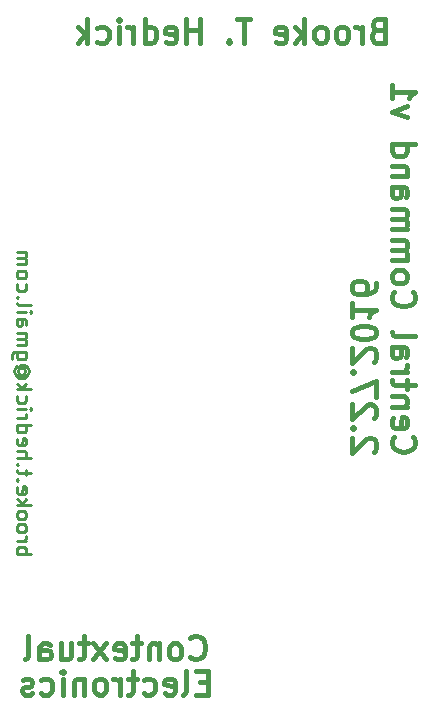
<source format=gbo>
G04 #@! TF.FileFunction,Legend,Bot*
%FSLAX46Y46*%
G04 Gerber Fmt 4.6, Leading zero omitted, Abs format (unit mm)*
G04 Created by KiCad (PCBNEW 4.0.1-stable) date 3/7/2016 10:06:05 PM*
%MOMM*%
G01*
G04 APERTURE LIST*
%ADD10C,0.100000*%
%ADD11C,0.250000*%
%ADD12C,0.400000*%
G04 APERTURE END LIST*
D10*
D11*
X55784524Y-92447619D02*
X57034524Y-92447619D01*
X56558333Y-92447619D02*
X56617857Y-92328571D01*
X56617857Y-92090476D01*
X56558333Y-91971428D01*
X56498810Y-91911905D01*
X56379762Y-91852381D01*
X56022619Y-91852381D01*
X55903571Y-91911905D01*
X55844048Y-91971428D01*
X55784524Y-92090476D01*
X55784524Y-92328571D01*
X55844048Y-92447619D01*
X55784524Y-91316667D02*
X56617857Y-91316667D01*
X56379762Y-91316667D02*
X56498810Y-91257143D01*
X56558333Y-91197619D01*
X56617857Y-91078572D01*
X56617857Y-90959524D01*
X55784524Y-90364286D02*
X55844048Y-90483333D01*
X55903571Y-90542857D01*
X56022619Y-90602381D01*
X56379762Y-90602381D01*
X56498810Y-90542857D01*
X56558333Y-90483333D01*
X56617857Y-90364286D01*
X56617857Y-90185714D01*
X56558333Y-90066666D01*
X56498810Y-90007143D01*
X56379762Y-89947619D01*
X56022619Y-89947619D01*
X55903571Y-90007143D01*
X55844048Y-90066666D01*
X55784524Y-90185714D01*
X55784524Y-90364286D01*
X55784524Y-89233334D02*
X55844048Y-89352381D01*
X55903571Y-89411905D01*
X56022619Y-89471429D01*
X56379762Y-89471429D01*
X56498810Y-89411905D01*
X56558333Y-89352381D01*
X56617857Y-89233334D01*
X56617857Y-89054762D01*
X56558333Y-88935714D01*
X56498810Y-88876191D01*
X56379762Y-88816667D01*
X56022619Y-88816667D01*
X55903571Y-88876191D01*
X55844048Y-88935714D01*
X55784524Y-89054762D01*
X55784524Y-89233334D01*
X55784524Y-88280953D02*
X57034524Y-88280953D01*
X56260714Y-88161905D02*
X55784524Y-87804762D01*
X56617857Y-87804762D02*
X56141667Y-88280953D01*
X55844048Y-86792857D02*
X55784524Y-86911905D01*
X55784524Y-87150000D01*
X55844048Y-87269048D01*
X55963095Y-87328572D01*
X56439286Y-87328572D01*
X56558333Y-87269048D01*
X56617857Y-87150000D01*
X56617857Y-86911905D01*
X56558333Y-86792857D01*
X56439286Y-86733334D01*
X56320238Y-86733334D01*
X56201190Y-87328572D01*
X55903571Y-86197619D02*
X55844048Y-86138095D01*
X55784524Y-86197619D01*
X55844048Y-86257143D01*
X55903571Y-86197619D01*
X55784524Y-86197619D01*
X56617857Y-85780952D02*
X56617857Y-85304762D01*
X57034524Y-85602381D02*
X55963095Y-85602381D01*
X55844048Y-85542857D01*
X55784524Y-85423810D01*
X55784524Y-85304762D01*
X55903571Y-84888095D02*
X55844048Y-84828571D01*
X55784524Y-84888095D01*
X55844048Y-84947619D01*
X55903571Y-84888095D01*
X55784524Y-84888095D01*
X55784524Y-84292857D02*
X57034524Y-84292857D01*
X55784524Y-83757143D02*
X56439286Y-83757143D01*
X56558333Y-83816666D01*
X56617857Y-83935714D01*
X56617857Y-84114286D01*
X56558333Y-84233333D01*
X56498810Y-84292857D01*
X55844048Y-82685714D02*
X55784524Y-82804762D01*
X55784524Y-83042857D01*
X55844048Y-83161905D01*
X55963095Y-83221429D01*
X56439286Y-83221429D01*
X56558333Y-83161905D01*
X56617857Y-83042857D01*
X56617857Y-82804762D01*
X56558333Y-82685714D01*
X56439286Y-82626191D01*
X56320238Y-82626191D01*
X56201190Y-83221429D01*
X55784524Y-81554762D02*
X57034524Y-81554762D01*
X55844048Y-81554762D02*
X55784524Y-81673809D01*
X55784524Y-81911905D01*
X55844048Y-82030952D01*
X55903571Y-82090476D01*
X56022619Y-82150000D01*
X56379762Y-82150000D01*
X56498810Y-82090476D01*
X56558333Y-82030952D01*
X56617857Y-81911905D01*
X56617857Y-81673809D01*
X56558333Y-81554762D01*
X55784524Y-80959524D02*
X56617857Y-80959524D01*
X56379762Y-80959524D02*
X56498810Y-80900000D01*
X56558333Y-80840476D01*
X56617857Y-80721429D01*
X56617857Y-80602381D01*
X55784524Y-80185714D02*
X56617857Y-80185714D01*
X57034524Y-80185714D02*
X56975000Y-80245238D01*
X56915476Y-80185714D01*
X56975000Y-80126190D01*
X57034524Y-80185714D01*
X56915476Y-80185714D01*
X55844048Y-79054762D02*
X55784524Y-79173809D01*
X55784524Y-79411905D01*
X55844048Y-79530952D01*
X55903571Y-79590476D01*
X56022619Y-79650000D01*
X56379762Y-79650000D01*
X56498810Y-79590476D01*
X56558333Y-79530952D01*
X56617857Y-79411905D01*
X56617857Y-79173809D01*
X56558333Y-79054762D01*
X55784524Y-78519047D02*
X57034524Y-78519047D01*
X56260714Y-78399999D02*
X55784524Y-78042856D01*
X56617857Y-78042856D02*
X56141667Y-78519047D01*
X56379762Y-76733332D02*
X56439286Y-76792856D01*
X56498810Y-76911904D01*
X56498810Y-77030951D01*
X56439286Y-77149999D01*
X56379762Y-77209523D01*
X56260714Y-77269047D01*
X56141667Y-77269047D01*
X56022619Y-77209523D01*
X55963095Y-77149999D01*
X55903571Y-77030951D01*
X55903571Y-76911904D01*
X55963095Y-76792856D01*
X56022619Y-76733332D01*
X56498810Y-76733332D02*
X56022619Y-76733332D01*
X55963095Y-76673809D01*
X55963095Y-76614285D01*
X56022619Y-76495237D01*
X56141667Y-76435713D01*
X56439286Y-76435713D01*
X56617857Y-76554761D01*
X56736905Y-76733332D01*
X56796429Y-76971428D01*
X56736905Y-77209523D01*
X56617857Y-77388094D01*
X56439286Y-77507142D01*
X56201190Y-77566666D01*
X55963095Y-77507142D01*
X55784524Y-77388094D01*
X55665476Y-77209523D01*
X55605952Y-76971428D01*
X55665476Y-76733332D01*
X55784524Y-76554761D01*
X56617857Y-75364285D02*
X55605952Y-75364285D01*
X55486905Y-75423808D01*
X55427381Y-75483332D01*
X55367857Y-75602380D01*
X55367857Y-75780951D01*
X55427381Y-75899999D01*
X55844048Y-75364285D02*
X55784524Y-75483332D01*
X55784524Y-75721428D01*
X55844048Y-75840475D01*
X55903571Y-75899999D01*
X56022619Y-75959523D01*
X56379762Y-75959523D01*
X56498810Y-75899999D01*
X56558333Y-75840475D01*
X56617857Y-75721428D01*
X56617857Y-75483332D01*
X56558333Y-75364285D01*
X55784524Y-74769047D02*
X56617857Y-74769047D01*
X56498810Y-74769047D02*
X56558333Y-74709523D01*
X56617857Y-74590476D01*
X56617857Y-74411904D01*
X56558333Y-74292856D01*
X56439286Y-74233333D01*
X55784524Y-74233333D01*
X56439286Y-74233333D02*
X56558333Y-74173809D01*
X56617857Y-74054761D01*
X56617857Y-73876190D01*
X56558333Y-73757142D01*
X56439286Y-73697618D01*
X55784524Y-73697618D01*
X55784524Y-72566666D02*
X56439286Y-72566666D01*
X56558333Y-72626189D01*
X56617857Y-72745237D01*
X56617857Y-72983332D01*
X56558333Y-73102380D01*
X55844048Y-72566666D02*
X55784524Y-72685713D01*
X55784524Y-72983332D01*
X55844048Y-73102380D01*
X55963095Y-73161904D01*
X56082143Y-73161904D01*
X56201190Y-73102380D01*
X56260714Y-72983332D01*
X56260714Y-72685713D01*
X56320238Y-72566666D01*
X55784524Y-71971428D02*
X56617857Y-71971428D01*
X57034524Y-71971428D02*
X56975000Y-72030952D01*
X56915476Y-71971428D01*
X56975000Y-71911904D01*
X57034524Y-71971428D01*
X56915476Y-71971428D01*
X55784524Y-71197619D02*
X55844048Y-71316666D01*
X55963095Y-71376190D01*
X57034524Y-71376190D01*
X55903571Y-70721428D02*
X55844048Y-70661904D01*
X55784524Y-70721428D01*
X55844048Y-70780952D01*
X55903571Y-70721428D01*
X55784524Y-70721428D01*
X55844048Y-69590476D02*
X55784524Y-69709523D01*
X55784524Y-69947619D01*
X55844048Y-70066666D01*
X55903571Y-70126190D01*
X56022619Y-70185714D01*
X56379762Y-70185714D01*
X56498810Y-70126190D01*
X56558333Y-70066666D01*
X56617857Y-69947619D01*
X56617857Y-69709523D01*
X56558333Y-69590476D01*
X55784524Y-68876190D02*
X55844048Y-68995237D01*
X55903571Y-69054761D01*
X56022619Y-69114285D01*
X56379762Y-69114285D01*
X56498810Y-69054761D01*
X56558333Y-68995237D01*
X56617857Y-68876190D01*
X56617857Y-68697618D01*
X56558333Y-68578570D01*
X56498810Y-68519047D01*
X56379762Y-68459523D01*
X56022619Y-68459523D01*
X55903571Y-68519047D01*
X55844048Y-68578570D01*
X55784524Y-68697618D01*
X55784524Y-68876190D01*
X55784524Y-67923809D02*
X56617857Y-67923809D01*
X56498810Y-67923809D02*
X56558333Y-67864285D01*
X56617857Y-67745238D01*
X56617857Y-67566666D01*
X56558333Y-67447618D01*
X56439286Y-67388095D01*
X55784524Y-67388095D01*
X56439286Y-67388095D02*
X56558333Y-67328571D01*
X56617857Y-67209523D01*
X56617857Y-67030952D01*
X56558333Y-66911904D01*
X56439286Y-66852380D01*
X55784524Y-66852380D01*
D12*
X71959525Y-103307143D02*
X71292858Y-103307143D01*
X71007144Y-104354762D02*
X71959525Y-104354762D01*
X71959525Y-102354762D01*
X71007144Y-102354762D01*
X69864286Y-104354762D02*
X70054762Y-104259524D01*
X70150001Y-104069048D01*
X70150001Y-102354762D01*
X68340477Y-104259524D02*
X68530953Y-104354762D01*
X68911905Y-104354762D01*
X69102382Y-104259524D01*
X69197620Y-104069048D01*
X69197620Y-103307143D01*
X69102382Y-103116667D01*
X68911905Y-103021429D01*
X68530953Y-103021429D01*
X68340477Y-103116667D01*
X68245239Y-103307143D01*
X68245239Y-103497619D01*
X69197620Y-103688095D01*
X66530953Y-104259524D02*
X66721429Y-104354762D01*
X67102381Y-104354762D01*
X67292857Y-104259524D01*
X67388096Y-104164286D01*
X67483334Y-103973810D01*
X67483334Y-103402381D01*
X67388096Y-103211905D01*
X67292857Y-103116667D01*
X67102381Y-103021429D01*
X66721429Y-103021429D01*
X66530953Y-103116667D01*
X65959524Y-103021429D02*
X65197619Y-103021429D01*
X65673810Y-102354762D02*
X65673810Y-104069048D01*
X65578571Y-104259524D01*
X65388095Y-104354762D01*
X65197619Y-104354762D01*
X64530953Y-104354762D02*
X64530953Y-103021429D01*
X64530953Y-103402381D02*
X64435714Y-103211905D01*
X64340476Y-103116667D01*
X64150000Y-103021429D01*
X63959524Y-103021429D01*
X63007143Y-104354762D02*
X63197619Y-104259524D01*
X63292858Y-104164286D01*
X63388096Y-103973810D01*
X63388096Y-103402381D01*
X63292858Y-103211905D01*
X63197619Y-103116667D01*
X63007143Y-103021429D01*
X62721429Y-103021429D01*
X62530953Y-103116667D01*
X62435715Y-103211905D01*
X62340477Y-103402381D01*
X62340477Y-103973810D01*
X62435715Y-104164286D01*
X62530953Y-104259524D01*
X62721429Y-104354762D01*
X63007143Y-104354762D01*
X61483334Y-103021429D02*
X61483334Y-104354762D01*
X61483334Y-103211905D02*
X61388095Y-103116667D01*
X61197619Y-103021429D01*
X60911905Y-103021429D01*
X60721429Y-103116667D01*
X60626191Y-103307143D01*
X60626191Y-104354762D01*
X59673810Y-104354762D02*
X59673810Y-103021429D01*
X59673810Y-102354762D02*
X59769048Y-102450000D01*
X59673810Y-102545238D01*
X59578571Y-102450000D01*
X59673810Y-102354762D01*
X59673810Y-102545238D01*
X57864286Y-104259524D02*
X58054762Y-104354762D01*
X58435714Y-104354762D01*
X58626190Y-104259524D01*
X58721429Y-104164286D01*
X58816667Y-103973810D01*
X58816667Y-103402381D01*
X58721429Y-103211905D01*
X58626190Y-103116667D01*
X58435714Y-103021429D01*
X58054762Y-103021429D01*
X57864286Y-103116667D01*
X57102381Y-104259524D02*
X56911904Y-104354762D01*
X56530952Y-104354762D01*
X56340476Y-104259524D01*
X56245238Y-104069048D01*
X56245238Y-103973810D01*
X56340476Y-103783333D01*
X56530952Y-103688095D01*
X56816666Y-103688095D01*
X57007143Y-103592857D01*
X57102381Y-103402381D01*
X57102381Y-103307143D01*
X57007143Y-103116667D01*
X56816666Y-103021429D01*
X56530952Y-103021429D01*
X56340476Y-103116667D01*
X70483333Y-101164286D02*
X70578571Y-101259524D01*
X70864286Y-101354762D01*
X71054762Y-101354762D01*
X71340476Y-101259524D01*
X71530952Y-101069048D01*
X71626191Y-100878571D01*
X71721429Y-100497619D01*
X71721429Y-100211905D01*
X71626191Y-99830952D01*
X71530952Y-99640476D01*
X71340476Y-99450000D01*
X71054762Y-99354762D01*
X70864286Y-99354762D01*
X70578571Y-99450000D01*
X70483333Y-99545238D01*
X69340476Y-101354762D02*
X69530952Y-101259524D01*
X69626191Y-101164286D01*
X69721429Y-100973810D01*
X69721429Y-100402381D01*
X69626191Y-100211905D01*
X69530952Y-100116667D01*
X69340476Y-100021429D01*
X69054762Y-100021429D01*
X68864286Y-100116667D01*
X68769048Y-100211905D01*
X68673810Y-100402381D01*
X68673810Y-100973810D01*
X68769048Y-101164286D01*
X68864286Y-101259524D01*
X69054762Y-101354762D01*
X69340476Y-101354762D01*
X67816667Y-100021429D02*
X67816667Y-101354762D01*
X67816667Y-100211905D02*
X67721428Y-100116667D01*
X67530952Y-100021429D01*
X67245238Y-100021429D01*
X67054762Y-100116667D01*
X66959524Y-100307143D01*
X66959524Y-101354762D01*
X66292857Y-100021429D02*
X65530952Y-100021429D01*
X66007143Y-99354762D02*
X66007143Y-101069048D01*
X65911904Y-101259524D01*
X65721428Y-101354762D01*
X65530952Y-101354762D01*
X64102381Y-101259524D02*
X64292857Y-101354762D01*
X64673809Y-101354762D01*
X64864286Y-101259524D01*
X64959524Y-101069048D01*
X64959524Y-100307143D01*
X64864286Y-100116667D01*
X64673809Y-100021429D01*
X64292857Y-100021429D01*
X64102381Y-100116667D01*
X64007143Y-100307143D01*
X64007143Y-100497619D01*
X64959524Y-100688095D01*
X63340476Y-101354762D02*
X62292857Y-100021429D01*
X63340476Y-100021429D02*
X62292857Y-101354762D01*
X61816666Y-100021429D02*
X61054761Y-100021429D01*
X61530952Y-99354762D02*
X61530952Y-101069048D01*
X61435713Y-101259524D01*
X61245237Y-101354762D01*
X61054761Y-101354762D01*
X59530952Y-100021429D02*
X59530952Y-101354762D01*
X60388095Y-100021429D02*
X60388095Y-101069048D01*
X60292856Y-101259524D01*
X60102380Y-101354762D01*
X59816666Y-101354762D01*
X59626190Y-101259524D01*
X59530952Y-101164286D01*
X57721428Y-101354762D02*
X57721428Y-100307143D01*
X57816666Y-100116667D01*
X58007142Y-100021429D01*
X58388094Y-100021429D01*
X58578571Y-100116667D01*
X57721428Y-101259524D02*
X57911904Y-101354762D01*
X58388094Y-101354762D01*
X58578571Y-101259524D01*
X58673809Y-101069048D01*
X58673809Y-100878571D01*
X58578571Y-100688095D01*
X58388094Y-100592857D01*
X57911904Y-100592857D01*
X57721428Y-100497619D01*
X56483332Y-101354762D02*
X56673808Y-101259524D01*
X56769047Y-101069048D01*
X56769047Y-99354762D01*
X86004762Y-83788096D02*
X86100000Y-83692858D01*
X86195238Y-83502381D01*
X86195238Y-83026191D01*
X86100000Y-82835715D01*
X86004762Y-82740477D01*
X85814286Y-82645238D01*
X85623810Y-82645238D01*
X85338095Y-82740477D01*
X84195238Y-83883334D01*
X84195238Y-82645238D01*
X84385714Y-81788096D02*
X84290476Y-81692857D01*
X84195238Y-81788096D01*
X84290476Y-81883334D01*
X84385714Y-81788096D01*
X84195238Y-81788096D01*
X86004762Y-80930953D02*
X86100000Y-80835715D01*
X86195238Y-80645238D01*
X86195238Y-80169048D01*
X86100000Y-79978572D01*
X86004762Y-79883334D01*
X85814286Y-79788095D01*
X85623810Y-79788095D01*
X85338095Y-79883334D01*
X84195238Y-81026191D01*
X84195238Y-79788095D01*
X86195238Y-79121429D02*
X86195238Y-77788095D01*
X84195238Y-78645238D01*
X84385714Y-77026191D02*
X84290476Y-76930952D01*
X84195238Y-77026191D01*
X84290476Y-77121429D01*
X84385714Y-77026191D01*
X84195238Y-77026191D01*
X86004762Y-76169048D02*
X86100000Y-76073810D01*
X86195238Y-75883333D01*
X86195238Y-75407143D01*
X86100000Y-75216667D01*
X86004762Y-75121429D01*
X85814286Y-75026190D01*
X85623810Y-75026190D01*
X85338095Y-75121429D01*
X84195238Y-76264286D01*
X84195238Y-75026190D01*
X86195238Y-73788095D02*
X86195238Y-73597619D01*
X86100000Y-73407143D01*
X86004762Y-73311905D01*
X85814286Y-73216667D01*
X85433333Y-73121428D01*
X84957143Y-73121428D01*
X84576190Y-73216667D01*
X84385714Y-73311905D01*
X84290476Y-73407143D01*
X84195238Y-73597619D01*
X84195238Y-73788095D01*
X84290476Y-73978571D01*
X84385714Y-74073809D01*
X84576190Y-74169048D01*
X84957143Y-74264286D01*
X85433333Y-74264286D01*
X85814286Y-74169048D01*
X86004762Y-74073809D01*
X86100000Y-73978571D01*
X86195238Y-73788095D01*
X84195238Y-71216666D02*
X84195238Y-72359524D01*
X84195238Y-71788095D02*
X86195238Y-71788095D01*
X85909524Y-71978571D01*
X85719048Y-72169047D01*
X85623810Y-72359524D01*
X86195238Y-69502381D02*
X86195238Y-69883333D01*
X86100000Y-70073809D01*
X86004762Y-70169047D01*
X85719048Y-70359524D01*
X85338095Y-70454762D01*
X84576190Y-70454762D01*
X84385714Y-70359524D01*
X84290476Y-70264285D01*
X84195238Y-70073809D01*
X84195238Y-69692857D01*
X84290476Y-69502381D01*
X84385714Y-69407143D01*
X84576190Y-69311904D01*
X85052381Y-69311904D01*
X85242857Y-69407143D01*
X85338095Y-69502381D01*
X85433333Y-69692857D01*
X85433333Y-70073809D01*
X85338095Y-70264285D01*
X85242857Y-70359524D01*
X85052381Y-70454762D01*
X87735714Y-82535715D02*
X87640476Y-82630953D01*
X87545238Y-82916668D01*
X87545238Y-83107144D01*
X87640476Y-83392858D01*
X87830952Y-83583334D01*
X88021429Y-83678573D01*
X88402381Y-83773811D01*
X88688095Y-83773811D01*
X89069048Y-83678573D01*
X89259524Y-83583334D01*
X89450000Y-83392858D01*
X89545238Y-83107144D01*
X89545238Y-82916668D01*
X89450000Y-82630953D01*
X89354762Y-82535715D01*
X87640476Y-80916668D02*
X87545238Y-81107144D01*
X87545238Y-81488096D01*
X87640476Y-81678573D01*
X87830952Y-81773811D01*
X88592857Y-81773811D01*
X88783333Y-81678573D01*
X88878571Y-81488096D01*
X88878571Y-81107144D01*
X88783333Y-80916668D01*
X88592857Y-80821430D01*
X88402381Y-80821430D01*
X88211905Y-81773811D01*
X88878571Y-79964287D02*
X87545238Y-79964287D01*
X88688095Y-79964287D02*
X88783333Y-79869048D01*
X88878571Y-79678572D01*
X88878571Y-79392858D01*
X88783333Y-79202382D01*
X88592857Y-79107144D01*
X87545238Y-79107144D01*
X88878571Y-78440477D02*
X88878571Y-77678572D01*
X89545238Y-78154763D02*
X87830952Y-78154763D01*
X87640476Y-78059524D01*
X87545238Y-77869048D01*
X87545238Y-77678572D01*
X87545238Y-77011906D02*
X88878571Y-77011906D01*
X88497619Y-77011906D02*
X88688095Y-76916667D01*
X88783333Y-76821429D01*
X88878571Y-76630953D01*
X88878571Y-76440477D01*
X87545238Y-74916668D02*
X88592857Y-74916668D01*
X88783333Y-75011906D01*
X88878571Y-75202382D01*
X88878571Y-75583334D01*
X88783333Y-75773811D01*
X87640476Y-74916668D02*
X87545238Y-75107144D01*
X87545238Y-75583334D01*
X87640476Y-75773811D01*
X87830952Y-75869049D01*
X88021429Y-75869049D01*
X88211905Y-75773811D01*
X88307143Y-75583334D01*
X88307143Y-75107144D01*
X88402381Y-74916668D01*
X87545238Y-73678572D02*
X87640476Y-73869048D01*
X87830952Y-73964287D01*
X89545238Y-73964287D01*
X87735714Y-70250000D02*
X87640476Y-70345238D01*
X87545238Y-70630953D01*
X87545238Y-70821429D01*
X87640476Y-71107143D01*
X87830952Y-71297619D01*
X88021429Y-71392858D01*
X88402381Y-71488096D01*
X88688095Y-71488096D01*
X89069048Y-71392858D01*
X89259524Y-71297619D01*
X89450000Y-71107143D01*
X89545238Y-70821429D01*
X89545238Y-70630953D01*
X89450000Y-70345238D01*
X89354762Y-70250000D01*
X87545238Y-69107143D02*
X87640476Y-69297619D01*
X87735714Y-69392858D01*
X87926190Y-69488096D01*
X88497619Y-69488096D01*
X88688095Y-69392858D01*
X88783333Y-69297619D01*
X88878571Y-69107143D01*
X88878571Y-68821429D01*
X88783333Y-68630953D01*
X88688095Y-68535715D01*
X88497619Y-68440477D01*
X87926190Y-68440477D01*
X87735714Y-68535715D01*
X87640476Y-68630953D01*
X87545238Y-68821429D01*
X87545238Y-69107143D01*
X87545238Y-67583334D02*
X88878571Y-67583334D01*
X88688095Y-67583334D02*
X88783333Y-67488095D01*
X88878571Y-67297619D01*
X88878571Y-67011905D01*
X88783333Y-66821429D01*
X88592857Y-66726191D01*
X87545238Y-66726191D01*
X88592857Y-66726191D02*
X88783333Y-66630953D01*
X88878571Y-66440476D01*
X88878571Y-66154762D01*
X88783333Y-65964286D01*
X88592857Y-65869048D01*
X87545238Y-65869048D01*
X87545238Y-64916667D02*
X88878571Y-64916667D01*
X88688095Y-64916667D02*
X88783333Y-64821428D01*
X88878571Y-64630952D01*
X88878571Y-64345238D01*
X88783333Y-64154762D01*
X88592857Y-64059524D01*
X87545238Y-64059524D01*
X88592857Y-64059524D02*
X88783333Y-63964286D01*
X88878571Y-63773809D01*
X88878571Y-63488095D01*
X88783333Y-63297619D01*
X88592857Y-63202381D01*
X87545238Y-63202381D01*
X87545238Y-61392857D02*
X88592857Y-61392857D01*
X88783333Y-61488095D01*
X88878571Y-61678571D01*
X88878571Y-62059523D01*
X88783333Y-62250000D01*
X87640476Y-61392857D02*
X87545238Y-61583333D01*
X87545238Y-62059523D01*
X87640476Y-62250000D01*
X87830952Y-62345238D01*
X88021429Y-62345238D01*
X88211905Y-62250000D01*
X88307143Y-62059523D01*
X88307143Y-61583333D01*
X88402381Y-61392857D01*
X88878571Y-60440476D02*
X87545238Y-60440476D01*
X88688095Y-60440476D02*
X88783333Y-60345237D01*
X88878571Y-60154761D01*
X88878571Y-59869047D01*
X88783333Y-59678571D01*
X88592857Y-59583333D01*
X87545238Y-59583333D01*
X87545238Y-57773809D02*
X89545238Y-57773809D01*
X87640476Y-57773809D02*
X87545238Y-57964285D01*
X87545238Y-58345237D01*
X87640476Y-58535713D01*
X87735714Y-58630952D01*
X87926190Y-58726190D01*
X88497619Y-58726190D01*
X88688095Y-58630952D01*
X88783333Y-58535713D01*
X88878571Y-58345237D01*
X88878571Y-57964285D01*
X88783333Y-57773809D01*
X88878571Y-55488094D02*
X87545238Y-55011903D01*
X88878571Y-54535713D01*
X87545238Y-52726188D02*
X87545238Y-53869046D01*
X87545238Y-53297617D02*
X89545238Y-53297617D01*
X89259524Y-53488093D01*
X89069048Y-53678569D01*
X88973810Y-53869046D01*
X86335716Y-48107143D02*
X86050002Y-48202381D01*
X85954763Y-48297619D01*
X85859525Y-48488095D01*
X85859525Y-48773810D01*
X85954763Y-48964286D01*
X86050002Y-49059524D01*
X86240478Y-49154762D01*
X87002383Y-49154762D01*
X87002383Y-47154762D01*
X86335716Y-47154762D01*
X86145240Y-47250000D01*
X86050002Y-47345238D01*
X85954763Y-47535714D01*
X85954763Y-47726190D01*
X86050002Y-47916667D01*
X86145240Y-48011905D01*
X86335716Y-48107143D01*
X87002383Y-48107143D01*
X85002383Y-49154762D02*
X85002383Y-47821429D01*
X85002383Y-48202381D02*
X84907144Y-48011905D01*
X84811906Y-47916667D01*
X84621430Y-47821429D01*
X84430954Y-47821429D01*
X83478573Y-49154762D02*
X83669049Y-49059524D01*
X83764288Y-48964286D01*
X83859526Y-48773810D01*
X83859526Y-48202381D01*
X83764288Y-48011905D01*
X83669049Y-47916667D01*
X83478573Y-47821429D01*
X83192859Y-47821429D01*
X83002383Y-47916667D01*
X82907145Y-48011905D01*
X82811907Y-48202381D01*
X82811907Y-48773810D01*
X82907145Y-48964286D01*
X83002383Y-49059524D01*
X83192859Y-49154762D01*
X83478573Y-49154762D01*
X81669049Y-49154762D02*
X81859525Y-49059524D01*
X81954764Y-48964286D01*
X82050002Y-48773810D01*
X82050002Y-48202381D01*
X81954764Y-48011905D01*
X81859525Y-47916667D01*
X81669049Y-47821429D01*
X81383335Y-47821429D01*
X81192859Y-47916667D01*
X81097621Y-48011905D01*
X81002383Y-48202381D01*
X81002383Y-48773810D01*
X81097621Y-48964286D01*
X81192859Y-49059524D01*
X81383335Y-49154762D01*
X81669049Y-49154762D01*
X80145240Y-49154762D02*
X80145240Y-47154762D01*
X79954763Y-48392857D02*
X79383335Y-49154762D01*
X79383335Y-47821429D02*
X80145240Y-48583333D01*
X77764287Y-49059524D02*
X77954763Y-49154762D01*
X78335715Y-49154762D01*
X78526192Y-49059524D01*
X78621430Y-48869048D01*
X78621430Y-48107143D01*
X78526192Y-47916667D01*
X78335715Y-47821429D01*
X77954763Y-47821429D01*
X77764287Y-47916667D01*
X77669049Y-48107143D01*
X77669049Y-48297619D01*
X78621430Y-48488095D01*
X75573810Y-47154762D02*
X74430953Y-47154762D01*
X75002381Y-49154762D02*
X75002381Y-47154762D01*
X73764286Y-48964286D02*
X73669047Y-49059524D01*
X73764286Y-49154762D01*
X73859524Y-49059524D01*
X73764286Y-48964286D01*
X73764286Y-49154762D01*
X71288095Y-49154762D02*
X71288095Y-47154762D01*
X71288095Y-48107143D02*
X70145237Y-48107143D01*
X70145237Y-49154762D02*
X70145237Y-47154762D01*
X68430952Y-49059524D02*
X68621428Y-49154762D01*
X69002380Y-49154762D01*
X69192857Y-49059524D01*
X69288095Y-48869048D01*
X69288095Y-48107143D01*
X69192857Y-47916667D01*
X69002380Y-47821429D01*
X68621428Y-47821429D01*
X68430952Y-47916667D01*
X68335714Y-48107143D01*
X68335714Y-48297619D01*
X69288095Y-48488095D01*
X66621428Y-49154762D02*
X66621428Y-47154762D01*
X66621428Y-49059524D02*
X66811904Y-49154762D01*
X67192856Y-49154762D01*
X67383332Y-49059524D01*
X67478571Y-48964286D01*
X67573809Y-48773810D01*
X67573809Y-48202381D01*
X67478571Y-48011905D01*
X67383332Y-47916667D01*
X67192856Y-47821429D01*
X66811904Y-47821429D01*
X66621428Y-47916667D01*
X65669047Y-49154762D02*
X65669047Y-47821429D01*
X65669047Y-48202381D02*
X65573808Y-48011905D01*
X65478570Y-47916667D01*
X65288094Y-47821429D01*
X65097618Y-47821429D01*
X64430952Y-49154762D02*
X64430952Y-47821429D01*
X64430952Y-47154762D02*
X64526190Y-47250000D01*
X64430952Y-47345238D01*
X64335713Y-47250000D01*
X64430952Y-47154762D01*
X64430952Y-47345238D01*
X62621428Y-49059524D02*
X62811904Y-49154762D01*
X63192856Y-49154762D01*
X63383332Y-49059524D01*
X63478571Y-48964286D01*
X63573809Y-48773810D01*
X63573809Y-48202381D01*
X63478571Y-48011905D01*
X63383332Y-47916667D01*
X63192856Y-47821429D01*
X62811904Y-47821429D01*
X62621428Y-47916667D01*
X61764285Y-49154762D02*
X61764285Y-47154762D01*
X61573808Y-48392857D02*
X61002380Y-49154762D01*
X61002380Y-47821429D02*
X61764285Y-48583333D01*
M02*

</source>
